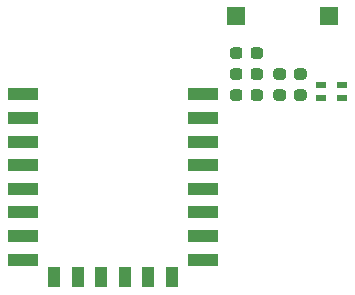
<source format=gbr>
G04 #@! TF.GenerationSoftware,KiCad,Pcbnew,5.1.9-73d0e3b20d~88~ubuntu20.04.1*
G04 #@! TF.CreationDate,2021-03-27T21:05:45+01:00*
G04 #@! TF.ProjectId,RGB_strip,5247425f-7374-4726-9970-2e6b69636164,rev?*
G04 #@! TF.SameCoordinates,Original*
G04 #@! TF.FileFunction,Paste,Top*
G04 #@! TF.FilePolarity,Positive*
%FSLAX46Y46*%
G04 Gerber Fmt 4.6, Leading zero omitted, Abs format (unit mm)*
G04 Created by KiCad (PCBNEW 5.1.9-73d0e3b20d~88~ubuntu20.04.1) date 2021-03-27 21:05:45*
%MOMM*%
%LPD*%
G01*
G04 APERTURE LIST*
%ADD10R,0.850000X0.550000*%
%ADD11R,1.500000X1.500000*%
%ADD12R,2.500000X1.000000*%
%ADD13R,1.000000X1.800000*%
G04 APERTURE END LIST*
D10*
X137359000Y-92782000D03*
X139109000Y-92782000D03*
X137359000Y-93832000D03*
X139109000Y-93832000D03*
G36*
G01*
X132464000Y-91583500D02*
X132464000Y-92058500D01*
G75*
G02*
X132226500Y-92296000I-237500J0D01*
G01*
X131651500Y-92296000D01*
G75*
G02*
X131414000Y-92058500I0J237500D01*
G01*
X131414000Y-91583500D01*
G75*
G02*
X131651500Y-91346000I237500J0D01*
G01*
X132226500Y-91346000D01*
G75*
G02*
X132464000Y-91583500I0J-237500D01*
G01*
G37*
G36*
G01*
X130714000Y-91583500D02*
X130714000Y-92058500D01*
G75*
G02*
X130476500Y-92296000I-237500J0D01*
G01*
X129901500Y-92296000D01*
G75*
G02*
X129664000Y-92058500I0J237500D01*
G01*
X129664000Y-91583500D01*
G75*
G02*
X129901500Y-91346000I237500J0D01*
G01*
X130476500Y-91346000D01*
G75*
G02*
X130714000Y-91583500I0J-237500D01*
G01*
G37*
G36*
G01*
X130714000Y-93361500D02*
X130714000Y-93836500D01*
G75*
G02*
X130476500Y-94074000I-237500J0D01*
G01*
X129901500Y-94074000D01*
G75*
G02*
X129664000Y-93836500I0J237500D01*
G01*
X129664000Y-93361500D01*
G75*
G02*
X129901500Y-93124000I237500J0D01*
G01*
X130476500Y-93124000D01*
G75*
G02*
X130714000Y-93361500I0J-237500D01*
G01*
G37*
G36*
G01*
X132464000Y-93361500D02*
X132464000Y-93836500D01*
G75*
G02*
X132226500Y-94074000I-237500J0D01*
G01*
X131651500Y-94074000D01*
G75*
G02*
X131414000Y-93836500I0J237500D01*
G01*
X131414000Y-93361500D01*
G75*
G02*
X131651500Y-93124000I237500J0D01*
G01*
X132226500Y-93124000D01*
G75*
G02*
X132464000Y-93361500I0J-237500D01*
G01*
G37*
G36*
G01*
X132464000Y-89805500D02*
X132464000Y-90280500D01*
G75*
G02*
X132226500Y-90518000I-237500J0D01*
G01*
X131651500Y-90518000D01*
G75*
G02*
X131414000Y-90280500I0J237500D01*
G01*
X131414000Y-89805500D01*
G75*
G02*
X131651500Y-89568000I237500J0D01*
G01*
X132226500Y-89568000D01*
G75*
G02*
X132464000Y-89805500I0J-237500D01*
G01*
G37*
G36*
G01*
X130714000Y-89805500D02*
X130714000Y-90280500D01*
G75*
G02*
X130476500Y-90518000I-237500J0D01*
G01*
X129901500Y-90518000D01*
G75*
G02*
X129664000Y-90280500I0J237500D01*
G01*
X129664000Y-89805500D01*
G75*
G02*
X129901500Y-89568000I237500J0D01*
G01*
X130476500Y-89568000D01*
G75*
G02*
X130714000Y-89805500I0J-237500D01*
G01*
G37*
G36*
G01*
X133347000Y-92058500D02*
X133347000Y-91583500D01*
G75*
G02*
X133584500Y-91346000I237500J0D01*
G01*
X134159500Y-91346000D01*
G75*
G02*
X134397000Y-91583500I0J-237500D01*
G01*
X134397000Y-92058500D01*
G75*
G02*
X134159500Y-92296000I-237500J0D01*
G01*
X133584500Y-92296000D01*
G75*
G02*
X133347000Y-92058500I0J237500D01*
G01*
G37*
G36*
G01*
X135097000Y-92058500D02*
X135097000Y-91583500D01*
G75*
G02*
X135334500Y-91346000I237500J0D01*
G01*
X135909500Y-91346000D01*
G75*
G02*
X136147000Y-91583500I0J-237500D01*
G01*
X136147000Y-92058500D01*
G75*
G02*
X135909500Y-92296000I-237500J0D01*
G01*
X135334500Y-92296000D01*
G75*
G02*
X135097000Y-92058500I0J237500D01*
G01*
G37*
G36*
G01*
X135097000Y-93836500D02*
X135097000Y-93361500D01*
G75*
G02*
X135334500Y-93124000I237500J0D01*
G01*
X135909500Y-93124000D01*
G75*
G02*
X136147000Y-93361500I0J-237500D01*
G01*
X136147000Y-93836500D01*
G75*
G02*
X135909500Y-94074000I-237500J0D01*
G01*
X135334500Y-94074000D01*
G75*
G02*
X135097000Y-93836500I0J237500D01*
G01*
G37*
G36*
G01*
X133347000Y-93836500D02*
X133347000Y-93361500D01*
G75*
G02*
X133584500Y-93124000I237500J0D01*
G01*
X134159500Y-93124000D01*
G75*
G02*
X134397000Y-93361500I0J-237500D01*
G01*
X134397000Y-93836500D01*
G75*
G02*
X134159500Y-94074000I-237500J0D01*
G01*
X133584500Y-94074000D01*
G75*
G02*
X133347000Y-93836500I0J237500D01*
G01*
G37*
D11*
X130212000Y-86868000D03*
X138012000Y-86868000D03*
D12*
X112161000Y-93528000D03*
X112161000Y-95528000D03*
X112161000Y-97528000D03*
X112161000Y-99528000D03*
X112161000Y-101528000D03*
X112161000Y-103528000D03*
X112161000Y-105528000D03*
X112161000Y-107528000D03*
D13*
X114761000Y-109028000D03*
X116761000Y-109028000D03*
X118761000Y-109028000D03*
X120761000Y-109028000D03*
X122761000Y-109028000D03*
X124761000Y-109028000D03*
D12*
X127361000Y-107528000D03*
X127361000Y-105528000D03*
X127361000Y-103528000D03*
X127361000Y-101528000D03*
X127361000Y-99528000D03*
X127361000Y-97528000D03*
X127361000Y-95528000D03*
X127361000Y-93528000D03*
M02*

</source>
